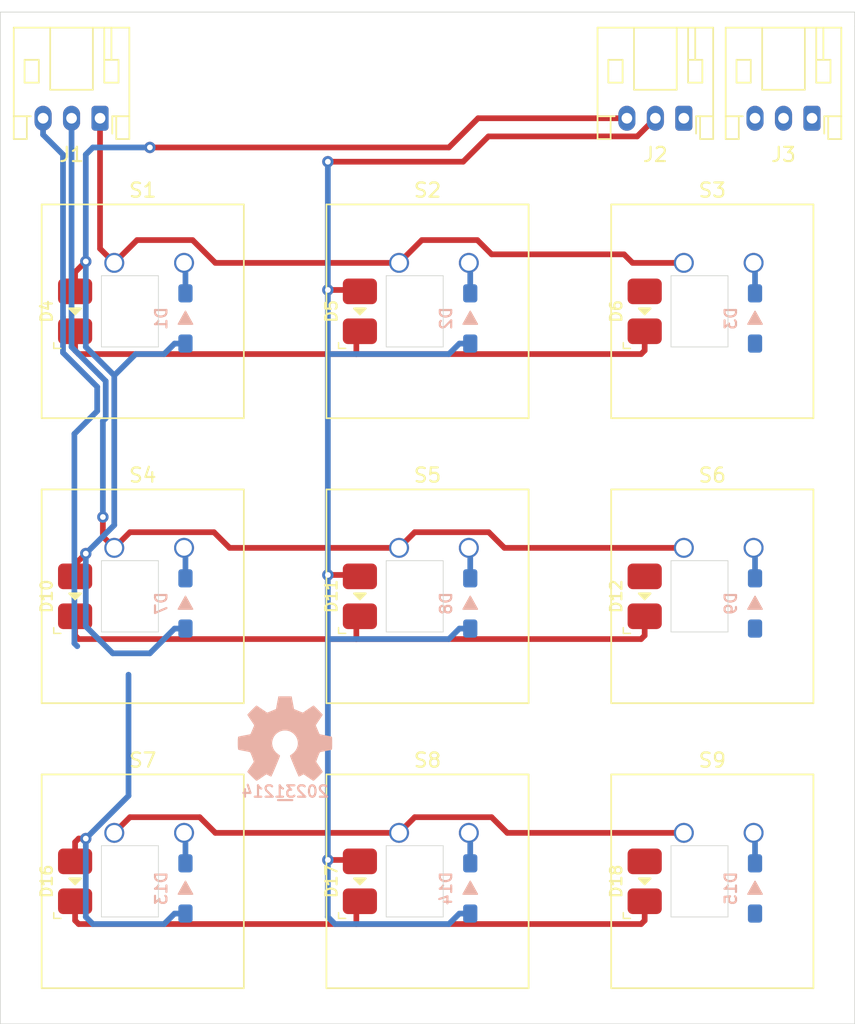
<source format=kicad_pcb>
(kicad_pcb (version 20221018) (generator pcbnew)
  (layers (0 "F.Cu" mixed) (31 "B.Cu" mixed) (34 "B.Paste" user) (35 "F.Paste" user) (36 "B.SilkS" user "B.Silkscreen") (37 "F.SilkS" user "F.Silkscreen") (38 "B.Mask" user) (39 "F.Mask" user) (44 "Edge.Cuts" user))
  (net 0 "")
  (net 1 "Net-(D1-K)")
  (net 2 "/COL_1")
  (net 3 "Net-(D2-K)")
  (net 4 "/COL_2")
  (net 5 "Net-(D3-K)")
  (net 6 "/COL_3")
  (net 7 "/LED_1")
  (net 8 "Net-(D7-K)")
  (net 9 "Net-(D8-K)")
  (net 10 "Net-(D9-K)")
  (net 11 "/LED_2")
  (net 12 "Net-(D13-K)")
  (net 13 "Net-(D14-K)")
  (net 14 "Net-(D15-K)")
  (net 15 "/LED_3")
  (net 16 "/ROW_1")
  (net 17 "/ROW_2")
  (net 18 "/ROW_3")
  (footprint "Connector_JST:JST_PH_S3B-PH-K_1x03_P2.00mm_Horizontal" (layer "F.Cu") (at 88 56.45 180)
    (fp_text reference "J2" (at 2 -2.55) (layer "F.SilkS"))
    (fp_text value "Rows")
    (pad "1" thru_hole roundrect (at 0 0 180) (size 1.2 1.75) (drill 0.75) (layers "*.Cu" "*.Mask") (roundrect_rratio 0.208333) (net 6 "/COL_3"))
    (pad "2" thru_hole oval (at 2 0 180) (size 1.2 1.75) (drill 0.75) (layers "*.Cu" "*.Mask") (net 4 "/COL_2"))
    (pad "3" thru_hole oval (at 4 0 180) (size 1.2 1.75) (drill 0.75) (layers "*.Cu" "*.Mask") (net 2 "/COL_1"))
  )
  (footprint "SquantorDiodes:LED_1208_0603" (layer "F.Cu") (at 85.25 70 90)
    (fp_text reference "D6" (at 0 -2 90) (layer "F.SilkS") (effects (font (size 0.8 0.8))))
    (fp_text value "LED")
    (pad "1" smd roundrect (at -1.4 0 90) (size 1.8 2.4) (layers "F.Cu" "F.Paste" "F.Mask") (roundrect_rratio 0.2) (net 7 "/LED_1"))
    (pad "2" smd roundrect (at 1.4 0 90) (size 1.8 2.4) (layers "F.Cu" "F.Paste" "F.Mask") (roundrect_rratio 0.2) (net 6 "/COL_3"))
  )
  (footprint "Connector_JST:JST_PH_S3B-PH-K_1x03_P2.00mm_Horizontal" (layer "F.Cu") (at 97 56.45 180)
    (fp_text reference "J3" (at 2 -2.55) (layer "F.SilkS"))
    (fp_text value "LEDs")
    (pad "1" thru_hole roundrect (at 0 0 180) (size 1.2 1.75) (drill 0.75) (layers "*.Cu" "*.Mask") (roundrect_rratio 0.208333) (net 15 "/LED_3"))
    (pad "2" thru_hole oval (at 2 0 180) (size 1.2 1.75) (drill 0.75) (layers "*.Cu" "*.Mask") (net 11 "/LED_2"))
    (pad "3" thru_hole oval (at 4 0 180) (size 1.2 1.75) (drill 0.75) (layers "*.Cu" "*.Mask") (net 7 "/LED_1"))
  )
  (footprint "SquantorKailh:SW_Kailh_NB_1.00u" (layer "F.Cu") (at 90 70)
    (fp_text reference "S3" (at 0 -8.5) (layer "F.SilkS"))
    (fp_text value "3")
    (fp_line (start -2.9 -2.5) (end 1.1 -2.5) (stroke (width 0.05)) (layer "Edge.Cuts"))
    (fp_line (start -2.9 2.5) (end -2.9 -2.5) (stroke (width 0.05)) (layer "Edge.Cuts"))
    (fp_line (start 1.1 -2.5) (end 1.1 2.5) (stroke (width 0.05)) (layer "Edge.Cuts"))
    (fp_line (start 1.1 2.5) (end -2.9 2.5) (stroke (width 0.05)) (layer "Edge.Cuts"))
    (pad "" np_thru_hole circle (at -5.5 5.5) (size 1.3 1.3) (drill 1.3) (layers "*.Cu" "*.Mask"))
    (pad "" np_thru_hole circle (at 5.5 -5.5) (size 1.3 1.3) (drill 1.3) (layers "*.Cu" "*.Mask"))
    (pad "1" thru_hole circle (at -2 -3.4) (size 1.4 1.4) (drill 1.1) (layers "*.Cu" "*.Mask") (net 16 "/ROW_1"))
    (pad "2" thru_hole circle (at 2.9 -3.4) (size 1.4 1.4) (drill 1.1) (layers "*.Cu" "*.Mask") (net 5 "Net-(D3-K)"))
  )
  (footprint "SquantorKailh:SW_Kailh_NB_1.00u" (layer "F.Cu") (at 90 90)
    (fp_text reference "S6" (at 0 -8.5) (layer "F.SilkS"))
    (fp_text value "3")
    (fp_line (start -2.9 -2.5) (end 1.1 -2.5) (stroke (width 0.05)) (layer "Edge.Cuts"))
    (fp_line (start -2.9 2.5) (end -2.9 -2.5) (stroke (width 0.05)) (layer "Edge.Cuts"))
    (fp_line (start 1.1 -2.5) (end 1.1 2.5) (stroke (width 0.05)) (layer "Edge.Cuts"))
    (fp_line (start 1.1 2.5) (end -2.9 2.5) (stroke (width 0.05)) (layer "Edge.Cuts"))
    (pad "" np_thru_hole circle (at -5.5 5.5) (size 1.3 1.3) (drill 1.3) (layers "*.Cu" "*.Mask"))
    (pad "" np_thru_hole circle (at 5.5 -5.5) (size 1.3 1.3) (drill 1.3) (layers "*.Cu" "*.Mask"))
    (pad "1" thru_hole circle (at -2 -3.4) (size 1.4 1.4) (drill 1.1) (layers "*.Cu" "*.Mask") (net 17 "/ROW_2"))
    (pad "2" thru_hole circle (at 2.9 -3.4) (size 1.4 1.4) (drill 1.1) (layers "*.Cu" "*.Mask") (net 10 "Net-(D9-K)"))
  )
  (footprint "SquantorDiodes:LED_1208_0603" (layer "F.Cu") (at 45.25 90 90)
    (fp_text reference "D10" (at 0 -2 90) (layer "F.SilkS") (effects (font (size 0.8 0.8))))
    (fp_text value "LED")
    (pad "1" smd roundrect (at -1.4 0 90) (size 1.8 2.4) (layers "F.Cu" "F.Paste" "F.Mask") (roundrect_rratio 0.2) (net 11 "/LED_2"))
    (pad "2" smd roundrect (at 1.4 0 90) (size 1.8 2.4) (layers "F.Cu" "F.Paste" "F.Mask") (roundrect_rratio 0.2) (net 2 "/COL_1"))
  )
  (footprint "SquantorDiodes:LED_1208_0603" (layer "F.Cu") (at 85.25 90 90)
    (fp_text reference "D12" (at 0 -2 90) (layer "F.SilkS") (effects (font (size 0.8 0.8))))
    (fp_text value "LED")
    (pad "1" smd roundrect (at -1.4 0 90) (size 1.8 2.4) (layers "F.Cu" "F.Paste" "F.Mask") (roundrect_rratio 0.2) (net 11 "/LED_2"))
    (pad "2" smd roundrect (at 1.4 0 90) (size 1.8 2.4) (layers "F.Cu" "F.Paste" "F.Mask") (roundrect_rratio 0.2) (net 6 "/COL_3"))
  )
  (footprint "SquantorDiodes:LED_1208_0603" (layer "F.Cu") (at 65.25 90 90)
    (fp_text reference "D11" (at 0 -2 90) (layer "F.SilkS") (effects (font (size 0.8 0.8))))
    (fp_text value "LED")
    (pad "1" smd roundrect (at -1.4 0 90) (size 1.8 2.4) (layers "F.Cu" "F.Paste" "F.Mask") (roundrect_rratio 0.2) (net 11 "/LED_2"))
    (pad "2" smd roundrect (at 1.4 0 90) (size 1.8 2.4) (layers "F.Cu" "F.Paste" "F.Mask") (roundrect_rratio 0.2) (net 4 "/COL_2"))
  )
  (footprint "SquantorDiodes:LED_1208_0603" (layer "F.Cu") (at 85.25 110 90)
    (fp_text reference "D18" (at 0 -2 90) (layer "F.SilkS") (effects (font (size 0.8 0.8))))
    (fp_text value "LED")
    (pad "1" smd roundrect (at -1.4 0 90) (size 1.8 2.4) (layers "F.Cu" "F.Paste" "F.Mask") (roundrect_rratio 0.2) (net 15 "/LED_3"))
    (pad "2" smd roundrect (at 1.4 0 90) (size 1.8 2.4) (layers "F.Cu" "F.Paste" "F.Mask") (roundrect_rratio 0.2) (net 6 "/COL_3"))
  )
  (footprint "SquantorDiodes:LED_1208_0603" (layer "F.Cu") (at 45.25 70 90)
    (fp_text reference "D4" (at 0 -2 90) (layer "F.SilkS") (effects (font (size 0.8 0.8))))
    (fp_text value "LED")
    (pad "1" smd roundrect (at -1.4 0 90) (size 1.8 2.4) (layers "F.Cu" "F.Paste" "F.Mask") (roundrect_rratio 0.2) (net 7 "/LED_1"))
    (pad "2" smd roundrect (at 1.4 0 90) (size 1.8 2.4) (layers "F.Cu" "F.Paste" "F.Mask") (roundrect_rratio 0.2) (net 2 "/COL_1"))
  )
  (footprint "SquantorKailh:SW_Kailh_NB_1.00u" (layer "F.Cu") (at 50 110)
    (fp_text reference "S7" (at 0 -8.5) (layer "F.SilkS"))
    (fp_text value "1")
    (fp_line (start -2.9 -2.5) (end 1.1 -2.5) (stroke (width 0.05)) (layer "Edge.Cuts"))
    (fp_line (start -2.9 2.5) (end -2.9 -2.5) (stroke (width 0.05)) (layer "Edge.Cuts"))
    (fp_line (start 1.1 -2.5) (end 1.1 2.5) (stroke (width 0.05)) (layer "Edge.Cuts"))
    (fp_line (start 1.1 2.5) (end -2.9 2.5) (stroke (width 0.05)) (layer "Edge.Cuts"))
    (pad "" np_thru_hole circle (at -5.5 5.5) (size 1.3 1.3) (drill 1.3) (layers "*.Cu" "*.Mask"))
    (pad "" np_thru_hole circle (at 5.5 -5.5) (size 1.3 1.3) (drill 1.3) (layers "*.Cu" "*.Mask"))
    (pad "1" thru_hole circle (at -2 -3.4) (size 1.4 1.4) (drill 1.1) (layers "*.Cu" "*.Mask") (net 18 "/ROW_3"))
    (pad "2" thru_hole circle (at 2.9 -3.4) (size 1.4 1.4) (drill 1.1) (layers "*.Cu" "*.Mask") (net 12 "Net-(D13-K)"))
  )
  (footprint "SquantorKailh:SW_Kailh_NB_1.00u" (layer "F.Cu") (at 70 70)
    (fp_text reference "S2" (at 0 -8.5) (layer "F.SilkS"))
    (fp_text value "2")
    (fp_line (start -2.9 -2.5) (end 1.1 -2.5) (stroke (width 0.05)) (layer "Edge.Cuts"))
    (fp_line (start -2.9 2.5) (end -2.9 -2.5) (stroke (width 0.05)) (layer "Edge.Cuts"))
    (fp_line (start 1.1 -2.5) (end 1.1 2.5) (stroke (width 0.05)) (layer "Edge.Cuts"))
    (fp_line (start 1.1 2.5) (end -2.9 2.5) (stroke (width 0.05)) (layer "Edge.Cuts"))
    (pad "" np_thru_hole circle (at -5.5 5.5) (size 1.3 1.3) (drill 1.3) (layers "*.Cu" "*.Mask"))
    (pad "" np_thru_hole circle (at 5.5 -5.5) (size 1.3 1.3) (drill 1.3) (layers "*.Cu" "*.Mask"))
    (pad "1" thru_hole circle (at -2 -3.4) (size 1.4 1.4) (drill 1.1) (layers "*.Cu" "*.Mask") (net 16 "/ROW_1"))
    (pad "2" thru_hole circle (at 2.9 -3.4) (size 1.4 1.4) (drill 1.1) (layers "*.Cu" "*.Mask") (net 3 "Net-(D2-K)"))
  )
  (footprint "SquantorKailh:SW_Kailh_NB_1.00u" (layer "F.Cu") (at 90 110)
    (fp_text reference "S9" (at 0 -8.5) (layer "F.SilkS"))
    (fp_text value "3")
    (fp_line (start -2.9 -2.5) (end 1.1 -2.5) (stroke (width 0.05)) (layer "Edge.Cuts"))
    (fp_line (start -2.9 2.5) (end -2.9 -2.5) (stroke (width 0.05)) (layer "Edge.Cuts"))
    (fp_line (start 1.1 -2.5) (end 1.1 2.5) (stroke (width 0.05)) (layer "Edge.Cuts"))
    (fp_line (start 1.1 2.5) (end -2.9 2.5) (stroke (width 0.05)) (layer "Edge.Cuts"))
    (pad "" np_thru_hole circle (at -5.5 5.5) (size 1.3 1.3) (drill 1.3) (layers "*.Cu" "*.Mask"))
    (pad "" np_thru_hole circle (at 5.5 -5.5) (size 1.3 1.3) (drill 1.3) (layers "*.Cu" "*.Mask"))
    (pad "1" thru_hole circle (at -2 -3.4) (size 1.4 1.4) (drill 1.1) (layers "*.Cu" "*.Mask") (net 18 "/ROW_3"))
    (pad "2" thru_hole circle (at 2.9 -3.4) (size 1.4 1.4) (drill 1.1) (layers "*.Cu" "*.Mask") (net 14 "Net-(D15-K)"))
  )
  (footprint "SquantorDiodes:LED_1208_0603" (layer "F.Cu") (at 45.25 110 90)
    (fp_text reference "D16" (at 0 -2 90) (layer "F.SilkS") (effects (font (size 0.8 0.8))))
    (fp_text value "LED")
    (pad "1" smd roundrect (at -1.4 0 90) (size 1.8 2.4) (layers "F.Cu" "F.Paste" "F.Mask") (roundrect_rratio 0.2) (net 15 "/LED_3"))
    (pad "2" smd roundrect (at 1.4 0 90) (size 1.8 2.4) (layers "F.Cu" "F.Paste" "F.Mask") (roundrect_rratio 0.2) (net 2 "/COL_1"))
  )
  (footprint "SquantorDiodes:LED_1208_0603" (layer "F.Cu") (at 65.25 70 90)
    (fp_text reference "D5" (at 0 -2 90) (layer "F.SilkS") (effects (font (size 0.8 0.8))))
    (fp_text value "LED")
    (pad "1" smd roundrect (at -1.4 0 90) (size 1.8 2.4) (layers "F.Cu" "F.Paste" "F.Mask") (roundrect_rratio 0.2) (net 7 "/LED_1"))
    (pad "2" smd roundrect (at 1.4 0 90) (size 1.8 2.4) (layers "F.Cu" "F.Paste" "F.Mask") (roundrect_rratio 0.2) (net 4 "/COL_2"))
  )
  (footprint "SquantorKailh:SW_Kailh_NB_1.00u" (layer "F.Cu") (at 50 90)
    (fp_text reference "S4" (at 0 -8.5) (layer "F.SilkS"))
    (fp_text value "1")
    (fp_line (start -2.9 -2.5) (end 1.1 -2.5) (stroke (width 0.05)) (layer "Edge.Cuts"))
    (fp_line (start -2.9 2.5) (end -2.9 -2.5) (stroke (width 0.05)) (layer "Edge.Cuts"))
    (fp_line (start 1.1 -2.5) (end 1.1 2.5) (stroke (width 0.05)) (layer "Edge.Cuts"))
    (fp_line (start 1.1 2.5) (end -2.9 2.5) (stroke (width 0.05)) (layer "Edge.Cuts"))
    (pad "" np_thru_hole circle (at -5.5 5.5) (size 1.3 1.3) (drill 1.3) (layers "*.Cu" "*.Mask"))
    (pad "" np_thru_hole circle (at 5.5 -5.5) (size 1.3 1.3) (drill 1.3) (layers "*.Cu" "*.Mask"))
    (pad "1" thru_hole circle (at -2 -3.4) (size 1.4 1.4) (drill 1.1) (layers "*.Cu" "*.Mask") (net 17 "/ROW_2"))
    (pad "2" thru_hole circle (at 2.9 -3.4) (size 1.4 1.4) (drill 1.1) (layers "*.Cu" "*.Mask") (net 8 "Net-(D7-K)"))
  )
  (footprint "SquantorDiodes:LED_1208_0603" (layer "F.Cu") (at 65.25 110 90)
    (fp_text reference "D17" (at 0 -2 90) (layer "F.SilkS") (effects (font (size 0.8 0.8))))
    (fp_text value "LED")
    (pad "1" smd roundrect (at -1.4 0 90) (size 1.8 2.4) (layers "F.Cu" "F.Paste" "F.Mask") (roundrect_rratio 0.2) (net 15 "/LED_3"))
    (pad "2" smd roundrect (at 1.4 0 90) (size 1.8 2.4) (layers "F.Cu" "F.Paste" "F.Mask") (roundrect_rratio 0.2) (net 4 "/COL_2"))
  )
  (footprint "SquantorKailh:SW_Kailh_NB_1.00u" (layer "F.Cu") (at 50 70)
    (fp_text reference "S1" (at 0 -8.5) (layer "F.SilkS"))
    (fp_text value "1")
    (fp_line (start -2.9 -2.5) (end 1.1 -2.5) (stroke (width 0.05)) (layer "Edge.Cuts"))
    (fp_line (start -2.9 2.5) (end -2.9 -2.5) (stroke (width 0.05)) (layer "Edge.Cuts"))
    (fp_line (start 1.1 -2.5) (end 1.1 2.5) (stroke (width 0.05)) (layer "Edge.Cuts"))
    (fp_line (start 1.1 2.5) (end -2.9 2.5) (stroke (width 0.05)) (layer "Edge.Cuts"))
    (pad "" np_thru_hole circle (at -5.5 5.5) (size 1.3 1.3) (drill 1.3) (layers "*.Cu" "*.Mask"))
    (pad "" np_thru_hole circle (at 5.5 -5.5) (size 1.3 1.3) (drill 1.3) (layers "*.Cu" "*.Mask"))
    (pad "1" thru_hole circle (at -2 -3.4) (size 1.4 1.4) (drill 1.1) (layers "*.Cu" "*.Mask") (net 16 "/ROW_1"))
    (pad "2" thru_hole circle (at 2.9 -3.4) (size 1.4 1.4) (drill 1.1) (layers "*.Cu" "*.Mask") (net 1 "Net-(D1-K)"))
  )
  (footprint "SquantorKailh:SW_Kailh_NB_1.00u" (layer "F.Cu") (at 70 90)
    (fp_text reference "S5" (at 0 -8.5) (layer "F.SilkS"))
    (fp_text value "2")
    (fp_line (start -2.9 -2.5) (end 1.1 -2.5) (stroke (width 0.05)) (layer "Edge.Cuts"))
    (fp_line (start -2.9 2.5) (end -2.9 -2.5) (stroke (width 0.05)) (layer "Edge.Cuts"))
    (fp_line (start 1.1 -2.5) (end 1.1 2.5) (stroke (width 0.05)) (layer "Edge.Cuts"))
    (fp_line (start 1.1 2.5) (end -2.9 2.5) (stroke (width 0.05)) (layer "Edge.Cuts"))
    (pad "" np_thru_hole circle (at -5.5 5.5) (size 1.3 1.3) (drill 1.3) (layers "*.Cu" "*.Mask"))
    (pad "" np_thru_hole circle (at 5.5 -5.5) (size 1.3 1.3) (drill 1.3) (layers "*.Cu" "*.Mask"))
    (pad "1" thru_hole circle (at -2 -3.4) (size 1.4 1.4) (drill 1.1) (layers "*.Cu" "*.Mask") (net 17 "/ROW_2"))
    (pad "2" thru_hole circle (at 2.9 -3.4) (size 1.4 1.4) (drill 1.1) (layers "*.Cu" "*.Mask") (net 9 "Net-(D8-K)"))
  )
  (footprint "Connector_JST:JST_PH_S3B-PH-K_1x03_P2.00mm_Horizontal" (layer "F.Cu") (at 47 56.45 180)
    (fp_text reference "J1" (at 2 -2.55) (layer "F.SilkS"))
    (fp_text value "Columns")
    (pad "1" thru_hole roundrect (at 0 0 180) (size 1.2 1.75) (drill 0.75) (layers "*.Cu" "*.Mask") (roundrect_rratio 0.208333) (net 16 "/ROW_1"))
    (pad "2" thru_hole oval (at 2 0 180) (size 1.2 1.75) (drill 0.75) (layers "*.Cu" "*.Mask") (net 17 "/ROW_2"))
    (pad "3" thru_hole oval (at 4 0 180) (size 1.2 1.75) (drill 0.75) (layers "*.Cu" "*.Mask") (net 18 "/ROW_3"))
  )
  (footprint "SquantorKailh:SW_Kailh_NB_1.00u" (layer "F.Cu") (at 70 110)
    (fp_text reference "S8" (at 0 -8.5) (layer "F.SilkS"))
    (fp_text value "2")
    (fp_line (start -2.9 -2.5) (end 1.1 -2.5) (stroke (width 0.05)) (layer "Edge.Cuts"))
    (fp_line (start -2.9 2.5) (end -2.9 -2.5) (stroke (width 0.05)) (layer "Edge.Cuts"))
    (fp_line (start 1.1 -2.5) (end 1.1 2.5) (stroke (width 0.05)) (layer "Edge.Cuts"))
    (fp_line (start 1.1 2.5) (end -2.9 2.5) (stroke (width 0.05)) (layer "Edge.Cuts"))
    (pad "" np_thru_hole circle (at -5.5 5.5) (size 1.3 1.3) (drill 1.3) (layers "*.Cu" "*.Mask"))
    (pad "" np_thru_hole circle (at 5.5 -5.5) (size 1.3 1.3) (drill 1.3) (layers "*.Cu" "*.Mask"))
    (pad "1" thru_hole circle (at -2 -3.4) (size 1.4 1.4) (drill 1.1) (layers "*.Cu" "*.Mask") (net 18 "/ROW_3"))
    (pad "2" thru_hole circle (at 2.9 -3.4) (size 1.4 1.4) (drill 1.1) (layers "*.Cu" "*.Mask") (net 13 "Net-(D14-K)"))
  )
  (footprint "SquantorLabels:Label_Generic" (layer "B.Cu") (at 60 103.7 180)
    (fp_text reference "N1" hide)
    (fp_text value "20231214" (at 0 0) (layer "B.SilkS") (effects (font (size 0.8 0.8)) (justify mirror)))
  )
  (footprint "Symbol:OSHW-Symbol_6.7x6mm_SilkScreen" (layer "B.Cu") (at 60 100 180)
    (fp_text reference "N2" hide)
    (fp_text value "OHWLOGO" hide)
  )
  (footprint "SquantorDiodes:SOD-123-hand" (layer "B.Cu") (at 53 110.5 -90)
    (fp_text reference "D13" (at 0 1.7 90) (layer "B.SilkS") (effects (font (size 0.8 0.8)) (justify mirror)))
    (fp_text value "D")
    (pad "1" smd roundrect (at -1.7625 0 270) (size 1.275 1) (layers "B.Cu" "B.Paste" "B.Mask") (roundrect_rratio 0.2) (net 12 "Net-(D13-K)"))
    (pad "2" smd roundrect (at 1.7625 0 270) (size 1.275 1) (layers "B.Cu" "B.Paste" "B.Mask") (roundrect_rratio 0.2) (net 2 "/COL_1"))
  )
  (footprint "SquantorDiodes:SOD-123-hand" (layer "B.Cu") (at 73 70.5 -90)
    (fp_text reference "D2" (at 0 1.7 90) (layer "B.SilkS") (effects (font (size 0.8 0.8)) (justify mirror)))
    (fp_text value "D")
    (pad "1" smd roundrect (at -1.7625 0 270) (size 1.275 1) (layers "B.Cu" "B.Paste" "B.Mask") (roundrect_rratio 0.2) (net 3 "Net-(D2-K)"))
    (pad "2" smd roundrect (at 1.7625 0 270) (size 1.275 1) (layers "B.Cu" "B.Paste" "B.Mask") (roundrect_rratio 0.2) (net 4 "/COL_2"))
  )
  (footprint "SquantorDiodes:SOD-123-hand" (layer "B.Cu") (at 93 70.5 -90)
    (fp_text reference "D3" (at 0 1.7 90) (layer "B.SilkS") (effects (font (size 0.8 0.8)) (justify mirror)))
    (fp_text value "D")
    (pad "1" smd roundrect (at -1.7625 0 270) (size 1.275 1) (layers "B.Cu" "B.Paste" "B.Mask") (roundrect_rratio 0.2) (net 5 "Net-(D3-K)"))
    (pad "2" smd roundrect (at 1.7625 0 270) (size 1.275 1) (layers "B.Cu" "B.Paste" "B.Mask") (roundrect_rratio 0.2) (net 6 "/COL_3"))
  )
  (footprint "SquantorDiodes:SOD-123-hand" (layer "B.Cu") (at 93 110.5 -90)
    (fp_text reference "D15" (at 0 1.7 90) (layer "B.SilkS") (effects (font (size 0.8 0.8)) (justify mirror)))
    (fp_text value "D")
    (pad "1" smd roundrect (at -1.7625 0 270) (size 1.275 1) (layers "B.Cu" "B.Paste" "B.Mask") (roundrect_rratio 0.2) (net 14 "Net-(D15-K)"))
    (pad "2" smd roundrect (at 1.7625 0 270) (size 1.275 1) (layers "B.Cu" "B.Paste" "B.Mask") (roundrect_rratio 0.2) (net 6 "/COL_3"))
  )
  (footprint "SquantorDiodes:SOD-123-hand" (layer "B.Cu") (at 73 90.5 -90)
    (fp_text reference "D8" (at 0 1.7 90) (layer "B.SilkS") (effects (font (size 0.8 0.8)) (justify mirror)))
    (fp_text value "D")
    (pad "1" smd roundrect (at -1.7625 0 270) (size 1.275 1) (layers "B.Cu" "B.Paste" "B.Mask") (roundrect_rratio 0.2) (net 9 "Net-(D8-K)"))
    (pad "2" smd roundrect (at 1.7625 0 270) (size 1.275 1) (layers "B.Cu" "B.Paste" "B.Mask") (roundrect_rratio 0.2) (net 4 "/COL_2"))
  )
  (footprint "SquantorDiodes:SOD-123-hand" (layer "B.Cu") (at 73 110.5 -90)
    (fp_text reference "D14" (at 0 1.7 90) (layer "B.SilkS") (effects (font (size 0.8 0.8)) (justify mirror)))
    (fp_text value "D")
    (pad "1" smd roundrect (at -1.7625 0 270) (size 1.275 1) (layers "B.Cu" "B.Paste" "B.Mask") (roundrect_rratio 0.2) (net 13 "Net-(D14-K)"))
    (pad "2" smd roundrect (at 1.7625 0 270) (size 1.275 1) (layers "B.Cu" "B.Paste" "B.Mask") (roundrect_rratio 0.2) (net 4 "/COL_2"))
  )
  (footprint "SquantorDiodes:SOD-123-hand" (layer "B.Cu") (at 53 70.5 -90)
    (fp_text reference "D1" (at 0 1.7 90) (layer "B.SilkS") (effects (font (size 0.8 0.8)) (justify mirror)))
    (fp_text value "D")
    (pad "1" smd roundrect (at -1.7625 0 270) (size 1.275 1) (layers "B.Cu" "B.Paste" "B.Mask") (roundrect_rratio 0.2) (net 1 "Net-(D1-K)"))
    (pad "2" smd roundrect (at 1.7625 0 270) (size 1.275 1) (layers "B.Cu" "B.Paste" "B.Mask") (roundrect_rratio 0.2) (net 2 "/COL_1"))
  )
  (footprint "SquantorDiodes:SOD-123-hand" (layer "B.Cu") (at 93 90.5 -90)
    (fp_text reference "D9" (at 0 1.7 90) (layer "B.SilkS") (effects (font (size 0.8 0.8)) (justify mirror)))
    (fp_text value "D")
    (pad "1" smd roundrect (at -1.7625 0 270) (size 1.275 1) (layers "B.Cu" "B.Paste" "B.Mask") (roundrect_rratio 0.2) (net 10 "Net-(D9-K)"))
    (pad "2" smd roundrect (at 1.7625 0 270) (size 1.275 1) (layers "B.Cu" "B.Paste" "B.Mask") (roundrect_rratio 0.2) (net 6 "/COL_3"))
  )
  (footprint "SquantorDiodes:SOD-123-hand" (layer "B.Cu") (at 53 90.5 -90)
    (fp_text reference "D7" (at 0 1.7 90) (layer "B.SilkS") (effects (font (size 0.8 0.8)) (justify mirror)))
    (fp_text value "D")
    (pad "1" smd roundrect (at -1.7625 0 270) (size 1.275 1) (layers "B.Cu" "B.Paste" "B.Mask") (roundrect_rratio 0.2) (net 8 "Net-(D7-K)"))
    (pad "2" smd roundrect (at 1.7625 0 270) (size 1.275 1) (layers "B.Cu" "B.Paste" "B.Mask") (roundrect_rratio 0.2) (net 2 "/COL_1"))
  )
  (gr_line (start 100 49) (end 40 49) (stroke (width 0.05)) (layer "Edge.Cuts"))
  (gr_line (start 40 49) (end 40 120) (stroke (width 0.05)) (layer "Edge.Cuts"))
  (gr_line (start 100 50) (end 100 49) (stroke (width 0.05)) (layer "Edge.Cuts"))
  (gr_line (start 100 120) (end 100 50) (stroke (width 0.05)) (layer "Edge.Cuts"))
  (gr_line (start 40 120) (end 100 120) (stroke (width 0.05)) (layer "Edge.Cuts"))
  (segment (start 53 68.7375) (end 53 66.7) (width 0.4) (layer "B.Cu") (net 1))
  (segment (start 53 66.7) (end 52.9 66.6) (width 0.4) (layer "B.Cu") (net 1))
  (segment (start 46 66.5) (end 45.25 67.25) (width 0.4) (layer "F.Cu") (net 2))
  (segment (start 45.25 87.75) (end 45.25 88.6) (width 0.4) (layer "F.Cu") (net 2))
  (segment (start 45.25 107.25) (end 45.25 108.6) (width 0.4) (layer "F.Cu") (net 2))
  (segment (start 46 107) (end 45.5 107) (width 0.4) (layer "F.Cu") (net 2))
  (segment (start 45.25 67.25) (end 45.25 68.6) (width 0.4) (layer "F.Cu") (net 2))
  (segment (start 50.5 58.5) (end 71.5 58.5) (width 0.4) (layer "F.Cu") (net 2))
  (segment (start 45.5 107) (end 45.25 107.25) (width 0.4) (layer "F.Cu") (net 2))
  (segment (start 73.55 56.45) (end 84 56.45) (width 0.4) (layer "F.Cu") (net 2))
  (segment (start 71.5 58.5) (end 73.55 56.45) (width 0.4) (layer "F.Cu") (net 2))
  (segment (start 46 87) (end 45.25 87.75) (width 0.4) (layer "F.Cu") (net 2))
  (via (at 50.5 58.5) (size 0.8) (drill 0.4) (layers "F.Cu" "B.Cu") (net 2))
  (via (at 46 66.5) (size 0.8) (drill 0.4) (layers "F.Cu" "B.Cu") (net 2))
  (via (at 46 87) (size 0.8) (drill 0.4) (layers "F.Cu" "B.Cu") (net 2))
  (via (at 46 107) (size 0.8) (drill 0.4) (layers "F.Cu" "B.Cu") (net 2))
  (segment (start 46 72.5) (end 46 66.5) (width 0.4) (layer "B.Cu") (net 2))
  (segment (start 46 87) (end 46 92.107107) (width 0.4) (layer "B.Cu") (net 2))
  (segment (start 51.5 73) (end 52.2375 72.2625) (width 0.4) (layer "B.Cu") (net 2))
  (segment (start 52.2375 92.2625) (end 50.5 94) (width 0.4) (layer "B.Cu") (net 2))
  (segment (start 46 112.5) (end 46.5 113) (width 0.4) (layer "B.Cu") (net 2))
  (segment (start 46 92.107107) (end 47 93.107107) (width 0.4) (layer "B.Cu") (net 2))
  (segment (start 52.2375 72.2625) (end 53 72.2625) (width 0.4) (layer "B.Cu") (net 2))
  (segment (start 46.5 113) (end 51.5 113) (width 0.4) (layer "B.Cu") (net 2))
  (segment (start 46 87) (end 48 85) (width 0.4) (layer "B.Cu") (net 2))
  (segment (start 46 59) (end 46.5 58.5) (width 0.4) (layer "B.Cu") (net 2))
  (segment (start 49.5 73) (end 51.5 73) (width 0.4) (layer "B.Cu") (net 2))
  (segment (start 46.5 58.5) (end 50.5 58.5) (width 0.4) (layer "B.Cu") (net 2))
  (segment (start 48 74.5) (end 49.5 73) (width 0.4) (layer "B.Cu") (net 2))
  (segment (start 46 66.5) (end 46 59) (width 0.4) (layer "B.Cu") (net 2))
  (segment (start 51.5 113) (end 52.2375 112.2625) (width 0.4) (layer "B.Cu") (net 2))
  (segment (start 52.2375 112.2625) (end 53 112.2625) (width 0.4) (layer "B.Cu") (net 2))
  (segment (start 49 104) (end 46 107) (width 0.4) (layer "B.Cu") (net 2))
  (segment (start 49 95.5) (end 49 104) (width 0.4) (layer "B.Cu") (net 2))
  (segment (start 48 74.5) (end 46 72.5) (width 0.4) (layer "B.Cu") (net 2))
  (segment (start 53 92.2625) (end 52.2375 92.2625) (width 0.4) (layer "B.Cu") (net 2))
  (segment (start 50.5 94) (end 47.892893 94) (width 0.4) (layer "B.Cu") (net 2))
  (segment (start 47.892893 94) (end 47 93.107107) (width 0.4) (layer "B.Cu") (net 2))
  (segment (start 46 107) (end 46 112.5) (width 0.4) (layer "B.Cu") (net 2))
  (segment (start 48 85) (end 48 74.5) (width 0.4) (layer "B.Cu") (net 2))
  (segment (start 73 68.7375) (end 73 66.7) (width 0.4) (layer "B.Cu") (net 3))
  (segment (start 73 66.7) (end 72.9 66.6) (width 0.4) (layer "B.Cu") (net 3))
  (segment (start 72.5 59.5) (end 63 59.5) (width 0.4) (layer "F.Cu") (net 4))
  (segment (start 86 56.45) (end 84.725 57.725) (width 0.4) (layer "F.Cu") (net 4))
  (segment (start 65.15 88.5) (end 63 88.5) (width 0.4) (layer "F.Cu") (net 4))
  (segment (start 65.25 68.6) (end 65.15 68.5) (width 0.4) (layer "F.Cu") (net 4))
  (segment (start 84.725 57.725) (end 74.275 57.725) (width 0.4) (layer "F.Cu") (net 4))
  (segment (start 65.25 108.6) (end 65.15 108.5) (width 0.4) (layer "F.Cu") (net 4))
  (segment (start 74.275 57.725) (end 72.5 59.5) (width 0.4) (layer "F.Cu") (net 4))
  (segment (start 65.25 88.6) (end 65.15 88.5) (width 0.4) (layer "F.Cu") (net 4))
  (segment (start 65.15 108.5) (end 63 108.5) (width 0.4) (layer "F.Cu") (net 4))
  (segment (start 65.15 68.5) (end 63 68.5) (width 0.4) (layer "F.Cu") (net 4))
  (via (at 63 88.5) (size 0.8) (drill 0.4) (layers "F.Cu" "B.Cu") (net 4))
  (via (at 63 108.5) (size 0.8) (drill 0.4) (layers "F.Cu" "B.Cu") (net 4))
  (via (at 63 59.5) (size 0.8) (drill 0.4) (layers "F.Cu" "B.Cu") (net 4))
  (via (at 63 68.5) (size 0.8) (drill 0.4) (layers "F.Cu" "B.Cu") (net 4))
  (segment (start 63 112.5) (end 63.5 113) (width 0.4) (layer "B.Cu") (net 4))
  (segment (start 72.2375 72.2625) (end 71.5 73) (width 0.4) (layer "B.Cu") (net 4))
  (segment (start 63 108.5) (end 63 112.5) (width 0.4) (layer "B.Cu") (net 4))
  (segment (start 63.5 113) (end 71.5 113) (width 0.4) (layer "B.Cu") (net 4))
  (segment (start 71.5 113) (end 72.2375 112.2625) (width 0.4) (layer "B.Cu") (net 4))
  (segment (start 71.5 93) (end 63 93) (width 0.4) (layer "B.Cu") (net 4))
  (segment (start 63 73) (end 63 88.5) (width 0.4) (layer "B.Cu") (net 4))
  (segment (start 63 68.5) (end 63 73) (width 0.4) (layer "B.Cu") (net 4))
  (segment (start 72.2375 112.2625) (end 73 112.2625) (width 0.4) (layer "B.Cu") (net 4))
  (segment (start 71.5 73) (end 63 73) (width 0.4) (layer "B.Cu") (net 4))
  (segment (start 73 92.2625) (end 72.2375 92.2625) (width 0.4) (layer "B.Cu") (net 4))
  (segment (start 63 59.5) (end 63 68.5) (width 0.4) (layer "B.Cu") (net 4))
  (segment (start 72.2375 92.2625) (end 71.5 93) (width 0.4) (layer "B.Cu") (net 4))
  (segment (start 63 88.5) (end 63 93) (width 0.4) (layer "B.Cu") (net 4))
  (segment (start 73 72.2625) (end 72.2375 72.2625) (width 0.4) (layer "B.Cu") (net 4))
  (segment (start 63 93) (end 63 108.5) (width 0.4) (layer "B.Cu") (net 4))
  (segment (start 93 68.7375) (end 93 66.7) (width 0.4) (layer "B.Cu") (net 5))
  (segment (start 93 66.7) (end 92.9 66.6) (width 0.4) (layer "B.Cu") (net 5))
  (segment (start 45.25 71.4) (end 45.25 72.75) (width 0.4) (layer "F.Cu") (net 7))
  (segment (start 45.25 72.75) (end 45.5 73) (width 0.4) (layer "F.Cu") (net 7))
  (segment (start 85.25 72.75) (end 85.25 71.4) (width 0.4) (layer "F.Cu") (net 7))
  (segment (start 45.5 73) (end 65 73) (width 0.4) (layer "F.Cu") (net 7))
  (segment (start 65 71.65) (end 65 73) (width 0.4) (layer "F.Cu") (net 7))
  (segment (start 65 73) (end 85 73) (width 0.4) (layer "F.Cu") (net 7))
  (segment (start 85 73) (end 85.25 72.75) (width 0.4) (layer "F.Cu") (net 7))
  (segment (start 65.25 71.4) (end 65 71.65) (width 0.4) (layer "F.Cu") (net 7))
  (segment (start 53 86.7) (end 52.9 86.6) (width 0.4) (layer "B.Cu") (net 8))
  (segment (start 53 88.7375) (end 53 86.7) (width 0.4) (layer "B.Cu") (net 8))
  (segment (start 73 86.7) (end 72.9 86.6) (width 0.4) (layer "B.Cu") (net 9))
  (segment (start 73 88.7375) (end 73 86.7) (width 0.4) (layer "B.Cu") (net 9))
  (segment (start 93 86.7) (end 92.9 86.6) (width 0.4) (layer "B.Cu") (net 10))
  (segment (start 93 88.7375) (end 93 86.7) (width 0.4) (layer "B.Cu") (net 10))
  (segment (start 65 91.65) (end 65 93) (width 0.4) (layer "F.Cu") (net 11))
  (segment (start 65 93) (end 85 93) (width 0.4) (layer "F.Cu") (net 11))
  (segment (start 45.25 91.4) (end 45.25 92.75) (width 0.4) (layer "F.Cu") (net 11))
  (segment (start 85 93) (end 85.25 92.75) (width 0.4) (layer "F.Cu") (net 11))
  (segment (start 65.25 91.4) (end 65 91.65) (width 0.4) (layer "F.Cu") (net 11))
  (segment (start 45.5 93) (end 65 93) (width 0.4) (layer "F.Cu") (net 11))
  (segment (start 45.25 92.75) (end 45.5 93) (width 0.4) (layer "F.Cu") (net 11))
  (segment (start 85.25 92.75) (end 85.25 91.4) (width 0.4) (layer "F.Cu") (net 11))
  (segment (start 53 108.7375) (end 53 106.7) (width 0.4) (layer "B.Cu") (net 12))
  (segment (start 53 106.7) (end 52.9 106.6) (width 0.4) (layer "B.Cu") (net 12))
  (segment (start 73 106.7) (end 72.9 106.6) (width 0.4) (layer "B.Cu") (net 13))
  (segment (start 73 108.7375) (end 73 106.7) (width 0.4) (layer "B.Cu") (net 13))
  (segment (start 93 108.7375) (end 93 106.7) (width 0.4) (layer "B.Cu") (net 14))
  (segment (start 93 106.7) (end 92.9 106.6) (width 0.4) (layer "B.Cu") (net 14))
  (segment (start 65 111.65) (end 65.25 111.4) (width 0.4) (layer "F.Cu") (net 15))
  (segment (start 45.25 111.4) (end 45.25 112.75) (width 0.4) (layer "F.Cu") (net 15))
  (segment (start 65 113) (end 85 113) (width 0.4) (layer "F.Cu") (net 15))
  (segment (start 65 113) (end 65 111.65) (width 0.4) (layer "F.Cu") (net 15))
  (segment (start 45.25 112.75) (end 45.5 113) (width 0.4) (layer "F.Cu") (net 15))
  (segment (start 85.25 112.75) (end 85.25 111.4) (width 0.4) (layer "F.Cu") (net 15))
  (segment (start 85 113) (end 85.25 112.75) (width 0.4) (layer "F.Cu") (net 15))
  (segment (start 45.5 113) (end 65 113) (width 0.4) (layer "F.Cu") (net 15))
  (segment (start 47 56.45) (end 47 65.6) (width 0.4) (layer "F.Cu") (net 16))
  (segment (start 49.6 65) (end 53.5 65) (width 0.4) (layer "F.Cu") (net 16))
  (segment (start 47 65.6) (end 48 66.6) (width 0.4) (layer "F.Cu") (net 16))
  (segment (start 83.8 66) (end 84.4 66.6) (width 0.4) (layer "F.Cu") (net 16))
  (segment (start 73.5 65) (end 74.5 66) (width 0.4) (layer "F.Cu") (net 16))
  (segment (start 68 66.6) (end 69.6 65) (width 0.4) (layer "F.Cu") (net 16))
  (segment (start 53.5 65) (end 55.1 66.6) (width 0.4) (layer "F.Cu") (net 16))
  (segment (start 69.6 65) (end 73.5 65) (width 0.4) (layer "F.Cu") (net 16))
  (segment (start 55.1 66.6) (end 68 66.6) (width 0.4) (layer "F.Cu") (net 16))
  (segment (start 74.5 66) (end 83.8 66) (width 0.4) (layer "F.Cu") (net 16))
  (segment (start 48 66.6) (end 49.6 65) (width 0.4) (layer "F.Cu") (net 16))
  (segment (start 84.4 66.6) (end 88 66.6) (width 0.4) (layer "F.Cu") (net 16))
  (segment (start 47.2 85.8) (end 48 86.6) (width 0.4) (layer "F.Cu") (net 17))
  (segment (start 56.1 86.6) (end 68 86.6) (width 0.4) (layer "F.Cu") (net 17))
  (segment (start 69.1 85.5) (end 74.3 85.5) (width 0.4) (layer "F.Cu") (net 17))
  (segment (start 49.1 85.5) (end 55 85.5) (width 0.4) (layer "F.Cu") (net 17))
  (segment (start 55 85.5) (end 56.1 86.6) (width 0.4) (layer "F.Cu") (net 17))
  (segment (start 47.2 84.434314) (end 47.2 85.8) (width 0.4) (layer "F.Cu") (net 17))
  (segment (start 48 86.6) (end 49.1 85.5) (width 0.4) (layer "F.Cu") (net 17))
  (segment (start 68 86.6) (end 69.1 85.5) (width 0.4) (layer "F.Cu") (net 17))
  (segment (start 75.4 86.6) (end 88 86.6) (width 0.4) (layer "F.Cu") (net 17))
  (segment (start 74.3 85.5) (end 75.4 86.6) (width 0.4) (layer "F.Cu") (net 17))
  (via (at 47.2 84.434314) (size 0.8) (drill 0.4) (layers "F.Cu" "B.Cu") (net 17))
  (segment (start 47.2 77.7) (end 47.2 84.434314) (width 0.4) (layer "B.Cu") (net 17))
  (segment (start 45 56.45) (end 45 72.5) (width 0.4) (layer "B.Cu") (net 17))
  (segment (start 47.4 74.9) (end 47.4 77.5) (width 0.4) (layer "B.Cu") (net 17))
  (segment (start 45 72.5) (end 47 74.5) (width 0.4) (layer "B.Cu") (net 17))
  (segment (start 47.4 77.5) (end 47.2 77.7) (width 0.4) (layer "B.Cu") (net 17))
  (segment (start 47 74.5) (end 47.4 74.9) (width 0.4) (layer "B.Cu") (net 17))
  (segment (start 55.1 106.6) (end 68 106.6) (width 0.4) (layer "F.Cu") (net 18))
  (segment (start 69.1 105.5) (end 74.5 105.5) (width 0.4) (layer "F.Cu") (net 18))
  (segment (start 74.5 105.5) (end 75.6 106.6) (width 0.4) (layer "F.Cu") (net 18))
  (segment (start 68 106.6) (end 69.1 105.5) (width 0.4) (layer "F.Cu") (net 18))
  (segment (start 75.6 106.6) (end 88 106.6) (width 0.4) (layer "F.Cu") (net 18))
  (segment (start 48 106.6) (end 49.1 105.5) (width 0.4) (layer "F.Cu") (net 18))
  (segment (start 54 105.5) (end 55.1 106.6) (width 0.4) (layer "F.Cu") (net 18))
  (segment (start 49.1 105.5) (end 54 105.5) (width 0.4) (layer "F.Cu") (net 18))
  (segment (start 45.2 78.6) (end 45.2 93.3) (width 0.4) (layer "B.Cu") (net 18))
  (segment (start 44.4 70.4) (end 44.4 70.5) (width 0.4) (layer "B.Cu") (net 18))
  (segment (start 46.5 75) (end 46.8 75.3) (width 0.4) (layer "B.Cu") (net 18))
  (segment (start 46.8 77) (end 45.2 78.6) (width 0.4) (layer "B.Cu") (net 18))
  (segment (start 44.4 59) (end 44.4 70.4) (width 0.4) (layer "B.Cu") (net 18))
  (segment (start 43 56.45) (end 43 57.6) (width 0.4) (layer "B.Cu") (net 18))
  (segment (start 45.2 93.3) (end 45.4 93.5) (width 0.4) (layer "B.Cu") (net 18))
  (segment (start 43 57.6) (end 44.4 59) (width 0.4) (layer "B.Cu") (net 18))
  (segment (start 46.8 75.3) (end 46.8 77) (width 0.4) (layer "B.Cu") (net 18))
  (segment (start 44.4 70.5) (end 44.4 72.9) (width 0.4) (layer "B.Cu") (net 18))
  (segment (start 44.4 72.9) (end 46.5 75) (width 0.4) (layer "B.Cu") (net 18))
)
</source>
